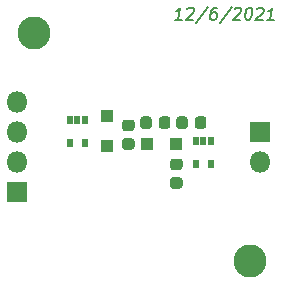
<source format=gbr>
%TF.GenerationSoftware,KiCad,Pcbnew,5.1.6-c6e7f7d~87~ubuntu18.04.1*%
%TF.CreationDate,2021-12-07T18:17:24-08:00*%
%TF.ProjectId,full-wave-rectifier,66756c6c-2d77-4617-9665-2d7265637469,rev?*%
%TF.SameCoordinates,Original*%
%TF.FileFunction,Soldermask,Top*%
%TF.FilePolarity,Negative*%
%FSLAX46Y46*%
G04 Gerber Fmt 4.6, Leading zero omitted, Abs format (unit mm)*
G04 Created by KiCad (PCBNEW 5.1.6-c6e7f7d~87~ubuntu18.04.1) date 2021-12-07 18:17:24*
%MOMM*%
%LPD*%
G01*
G04 APERTURE LIST*
%ADD10C,0.150000*%
%ADD11O,1.800000X1.800000*%
%ADD12R,1.800000X1.800000*%
%ADD13R,0.500000X0.750000*%
%ADD14R,1.100000X1.100000*%
%ADD15C,2.800000*%
G04 APERTURE END LIST*
D10*
X155767567Y-86024980D02*
X155196138Y-86024980D01*
X155481852Y-86024980D02*
X155606852Y-85024980D01*
X155493757Y-85167838D01*
X155386614Y-85263076D01*
X155285424Y-85310695D01*
X156261614Y-85120219D02*
X156315186Y-85072600D01*
X156416376Y-85024980D01*
X156654472Y-85024980D01*
X156743757Y-85072600D01*
X156785424Y-85120219D01*
X156821138Y-85215457D01*
X156809233Y-85310695D01*
X156743757Y-85453552D01*
X156100900Y-86024980D01*
X156719948Y-86024980D01*
X157993757Y-84977361D02*
X156975900Y-86263076D01*
X158749710Y-85024980D02*
X158559233Y-85024980D01*
X158458043Y-85072600D01*
X158404472Y-85120219D01*
X158291376Y-85263076D01*
X158219948Y-85453552D01*
X158172329Y-85834504D01*
X158208043Y-85929742D01*
X158249710Y-85977361D01*
X158338995Y-86024980D01*
X158529472Y-86024980D01*
X158630662Y-85977361D01*
X158684233Y-85929742D01*
X158743757Y-85834504D01*
X158773519Y-85596409D01*
X158737805Y-85501171D01*
X158696138Y-85453552D01*
X158606852Y-85405933D01*
X158416376Y-85405933D01*
X158315186Y-85453552D01*
X158261614Y-85501171D01*
X158202091Y-85596409D01*
X159993757Y-84977361D02*
X158975900Y-86263076D01*
X160261614Y-85120219D02*
X160315186Y-85072600D01*
X160416376Y-85024980D01*
X160654472Y-85024980D01*
X160743757Y-85072600D01*
X160785424Y-85120219D01*
X160821138Y-85215457D01*
X160809233Y-85310695D01*
X160743757Y-85453552D01*
X160100900Y-86024980D01*
X160719948Y-86024980D01*
X161463995Y-85024980D02*
X161559233Y-85024980D01*
X161648519Y-85072600D01*
X161690186Y-85120219D01*
X161725900Y-85215457D01*
X161749710Y-85405933D01*
X161719948Y-85644028D01*
X161648519Y-85834504D01*
X161588995Y-85929742D01*
X161535424Y-85977361D01*
X161434233Y-86024980D01*
X161338995Y-86024980D01*
X161249710Y-85977361D01*
X161208043Y-85929742D01*
X161172329Y-85834504D01*
X161148519Y-85644028D01*
X161178281Y-85405933D01*
X161249710Y-85215457D01*
X161309233Y-85120219D01*
X161362805Y-85072600D01*
X161463995Y-85024980D01*
X162166376Y-85120219D02*
X162219948Y-85072600D01*
X162321138Y-85024980D01*
X162559233Y-85024980D01*
X162648519Y-85072600D01*
X162690186Y-85120219D01*
X162725900Y-85215457D01*
X162713995Y-85310695D01*
X162648519Y-85453552D01*
X162005662Y-86024980D01*
X162624710Y-86024980D01*
X163577091Y-86024980D02*
X163005662Y-86024980D01*
X163291376Y-86024980D02*
X163416376Y-85024980D01*
X163303281Y-85167838D01*
X163196138Y-85263076D01*
X163094948Y-85310695D01*
D11*
%TO.C,J2*%
X141859000Y-92964000D03*
X141859000Y-95504000D03*
X141859000Y-98044000D03*
D12*
X141859000Y-100584000D03*
%TD*%
D11*
%TO.C,J1*%
X162433000Y-98044000D03*
D12*
X162433000Y-95504000D03*
%TD*%
D13*
%TO.C,U2*%
X158257000Y-98232000D03*
X156957000Y-98232000D03*
X157607000Y-96332000D03*
X156957000Y-96332000D03*
X158257000Y-96332000D03*
%TD*%
%TO.C,U1*%
X147589000Y-96454000D03*
X146289000Y-96454000D03*
X146939000Y-94554000D03*
X146289000Y-94554000D03*
X147589000Y-94554000D03*
%TD*%
D14*
%TO.C,D2*%
X152801000Y-96570800D03*
X155301000Y-96570800D03*
%TD*%
%TO.C,D1*%
X149479000Y-94177800D03*
X149479000Y-96677800D03*
%TD*%
%TO.C,R3*%
G36*
G01*
X155602250Y-98760000D02*
X155039750Y-98760000D01*
G75*
G02*
X154796000Y-98516250I0J243750D01*
G01*
X154796000Y-98028750D01*
G75*
G02*
X155039750Y-97785000I243750J0D01*
G01*
X155602250Y-97785000D01*
G75*
G02*
X155846000Y-98028750I0J-243750D01*
G01*
X155846000Y-98516250D01*
G75*
G02*
X155602250Y-98760000I-243750J0D01*
G01*
G37*
G36*
G01*
X155602250Y-100335000D02*
X155039750Y-100335000D01*
G75*
G02*
X154796000Y-100091250I0J243750D01*
G01*
X154796000Y-99603750D01*
G75*
G02*
X155039750Y-99360000I243750J0D01*
G01*
X155602250Y-99360000D01*
G75*
G02*
X155846000Y-99603750I0J-243750D01*
G01*
X155846000Y-100091250D01*
G75*
G02*
X155602250Y-100335000I-243750J0D01*
G01*
G37*
%TD*%
%TO.C,R1*%
G36*
G01*
X153243000Y-94460750D02*
X153243000Y-95023250D01*
G75*
G02*
X152999250Y-95267000I-243750J0D01*
G01*
X152511750Y-95267000D01*
G75*
G02*
X152268000Y-95023250I0J243750D01*
G01*
X152268000Y-94460750D01*
G75*
G02*
X152511750Y-94217000I243750J0D01*
G01*
X152999250Y-94217000D01*
G75*
G02*
X153243000Y-94460750I0J-243750D01*
G01*
G37*
G36*
G01*
X154818000Y-94460750D02*
X154818000Y-95023250D01*
G75*
G02*
X154574250Y-95267000I-243750J0D01*
G01*
X154086750Y-95267000D01*
G75*
G02*
X153843000Y-95023250I0J243750D01*
G01*
X153843000Y-94460750D01*
G75*
G02*
X154086750Y-94217000I243750J0D01*
G01*
X154574250Y-94217000D01*
G75*
G02*
X154818000Y-94460750I0J-243750D01*
G01*
G37*
%TD*%
%TO.C,C1*%
G36*
G01*
X150975750Y-96058000D02*
X151538250Y-96058000D01*
G75*
G02*
X151782000Y-96301750I0J-243750D01*
G01*
X151782000Y-96789250D01*
G75*
G02*
X151538250Y-97033000I-243750J0D01*
G01*
X150975750Y-97033000D01*
G75*
G02*
X150732000Y-96789250I0J243750D01*
G01*
X150732000Y-96301750D01*
G75*
G02*
X150975750Y-96058000I243750J0D01*
G01*
G37*
G36*
G01*
X150975750Y-94483000D02*
X151538250Y-94483000D01*
G75*
G02*
X151782000Y-94726750I0J-243750D01*
G01*
X151782000Y-95214250D01*
G75*
G02*
X151538250Y-95458000I-243750J0D01*
G01*
X150975750Y-95458000D01*
G75*
G02*
X150732000Y-95214250I0J243750D01*
G01*
X150732000Y-94726750D01*
G75*
G02*
X150975750Y-94483000I243750J0D01*
G01*
G37*
%TD*%
D15*
%TO.C,H2*%
X161544000Y-106426000D03*
%TD*%
%TO.C,H1*%
X143256000Y-87122000D03*
%TD*%
%TO.C,R2*%
G36*
G01*
X156291000Y-94460750D02*
X156291000Y-95023250D01*
G75*
G02*
X156047250Y-95267000I-243750J0D01*
G01*
X155559750Y-95267000D01*
G75*
G02*
X155316000Y-95023250I0J243750D01*
G01*
X155316000Y-94460750D01*
G75*
G02*
X155559750Y-94217000I243750J0D01*
G01*
X156047250Y-94217000D01*
G75*
G02*
X156291000Y-94460750I0J-243750D01*
G01*
G37*
G36*
G01*
X157866000Y-94460750D02*
X157866000Y-95023250D01*
G75*
G02*
X157622250Y-95267000I-243750J0D01*
G01*
X157134750Y-95267000D01*
G75*
G02*
X156891000Y-95023250I0J243750D01*
G01*
X156891000Y-94460750D01*
G75*
G02*
X157134750Y-94217000I243750J0D01*
G01*
X157622250Y-94217000D01*
G75*
G02*
X157866000Y-94460750I0J-243750D01*
G01*
G37*
%TD*%
M02*

</source>
